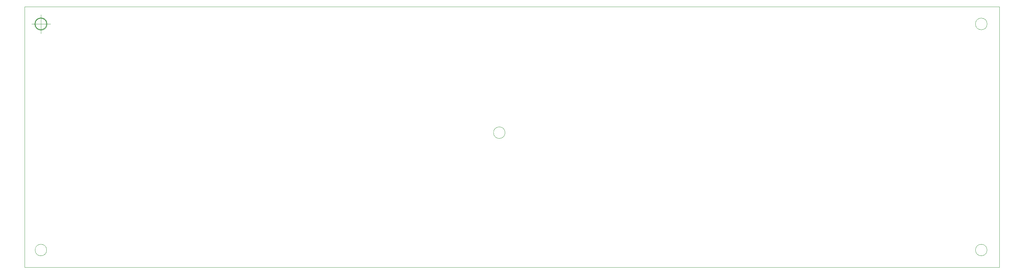
<source format=gbr>
G04 #@! TF.GenerationSoftware,KiCad,Pcbnew,(5.1.4)-1*
G04 #@! TF.CreationDate,2019-08-18T12:41:48-04:00*
G04 #@! TF.ProjectId,A-10C-UFC,412d3130-432d-4554-9643-2e6b69636164,1.2*
G04 #@! TF.SameCoordinates,Original*
G04 #@! TF.FileFunction,Profile,NP*
%FSLAX46Y46*%
G04 Gerber Fmt 4.6, Leading zero omitted, Abs format (unit mm)*
G04 Created by KiCad (PCBNEW (5.1.4)-1) date 2019-08-18 12:41:48*
%MOMM*%
%LPD*%
G04 APERTURE LIST*
%ADD10C,0.200000*%
%ADD11C,0.050000*%
%ADD12C,0.100000*%
G04 APERTURE END LIST*
D10*
X67175627Y-59944000D02*
G75*
G03X67175627Y-59944000I-1516627J0D01*
G01*
D11*
X67193547Y-119888000D02*
G75*
G03X67193547Y-119888000I-1534547J0D01*
G01*
X316256233Y-59944000D02*
G75*
G03X316256233Y-59944000I-1550233J0D01*
G01*
X67355210Y-59968559D02*
G75*
G03X67355210Y-59968559I-1666666J0D01*
G01*
X63188544Y-59968559D02*
X68188544Y-59968559D01*
X65688544Y-57468559D02*
X65688544Y-62468559D01*
D12*
X61341000Y-55372000D02*
X319532000Y-55372000D01*
X61341000Y-124460000D02*
X61341000Y-55372000D01*
X319532000Y-124460000D02*
X61341000Y-124460000D01*
X319532000Y-55372000D02*
X319532000Y-124460000D01*
D11*
X188595001Y-88773000D02*
G75*
G03X188595001Y-88773000I-1534547J0D01*
G01*
X316235283Y-119888000D02*
G75*
G03X316235283Y-119888000I-1529283J0D01*
G01*
M02*

</source>
